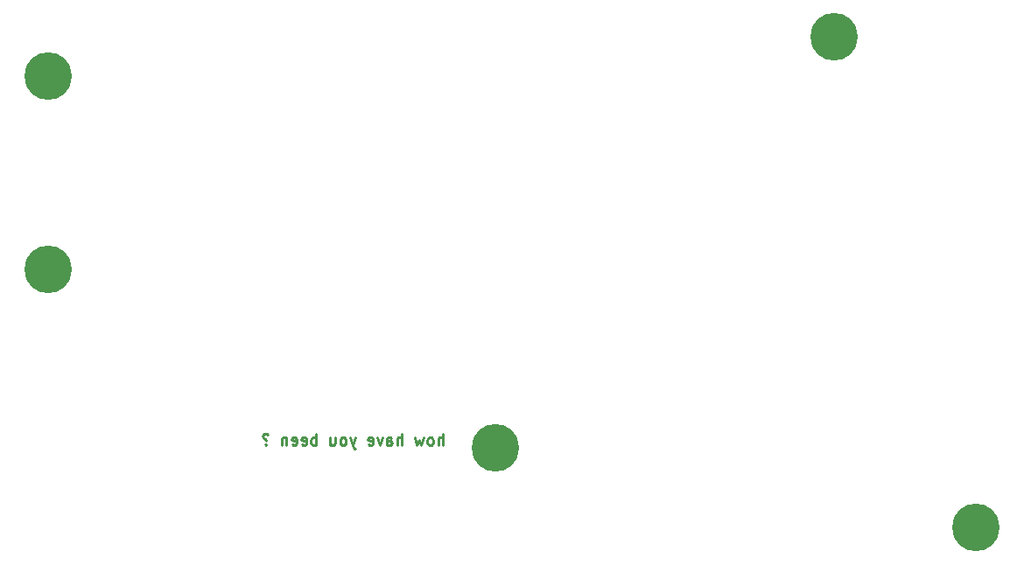
<source format=gbs>
G04 #@! TF.GenerationSoftware,KiCad,Pcbnew,(6.0.10)*
G04 #@! TF.CreationDate,2023-01-17T19:16:54+01:00*
G04 #@! TF.ProjectId,corne-top-plate,636f726e-652d-4746-9f70-2d706c617465,2.1*
G04 #@! TF.SameCoordinates,Original*
G04 #@! TF.FileFunction,Soldermask,Bot*
G04 #@! TF.FilePolarity,Negative*
%FSLAX46Y46*%
G04 Gerber Fmt 4.6, Leading zero omitted, Abs format (unit mm)*
G04 Created by KiCad (PCBNEW (6.0.10)) date 2023-01-17 19:16:54*
%MOMM*%
%LPD*%
G01*
G04 APERTURE LIST*
%ADD10C,0.275000*%
%ADD11C,4.600000*%
G04 APERTURE END LIST*
D10*
X117695238Y-122497619D02*
X117695238Y-121397619D01*
X117223809Y-122497619D02*
X117223809Y-121921428D01*
X117276190Y-121816666D01*
X117380952Y-121764285D01*
X117538095Y-121764285D01*
X117642857Y-121816666D01*
X117695238Y-121869047D01*
X116542857Y-122497619D02*
X116647619Y-122445238D01*
X116700000Y-122392857D01*
X116752380Y-122288095D01*
X116752380Y-121973809D01*
X116700000Y-121869047D01*
X116647619Y-121816666D01*
X116542857Y-121764285D01*
X116385714Y-121764285D01*
X116280952Y-121816666D01*
X116228571Y-121869047D01*
X116176190Y-121973809D01*
X116176190Y-122288095D01*
X116228571Y-122392857D01*
X116280952Y-122445238D01*
X116385714Y-122497619D01*
X116542857Y-122497619D01*
X115809523Y-121764285D02*
X115600000Y-122497619D01*
X115390476Y-121973809D01*
X115180952Y-122497619D01*
X114971428Y-121764285D01*
X113714285Y-122497619D02*
X113714285Y-121397619D01*
X113242857Y-122497619D02*
X113242857Y-121921428D01*
X113295238Y-121816666D01*
X113400000Y-121764285D01*
X113557142Y-121764285D01*
X113661904Y-121816666D01*
X113714285Y-121869047D01*
X112247619Y-122497619D02*
X112247619Y-121921428D01*
X112300000Y-121816666D01*
X112404761Y-121764285D01*
X112614285Y-121764285D01*
X112719047Y-121816666D01*
X112247619Y-122445238D02*
X112352380Y-122497619D01*
X112614285Y-122497619D01*
X112719047Y-122445238D01*
X112771428Y-122340476D01*
X112771428Y-122235714D01*
X112719047Y-122130952D01*
X112614285Y-122078571D01*
X112352380Y-122078571D01*
X112247619Y-122026190D01*
X111828571Y-121764285D02*
X111566666Y-122497619D01*
X111304761Y-121764285D01*
X110466666Y-122445238D02*
X110571428Y-122497619D01*
X110780952Y-122497619D01*
X110885714Y-122445238D01*
X110938095Y-122340476D01*
X110938095Y-121921428D01*
X110885714Y-121816666D01*
X110780952Y-121764285D01*
X110571428Y-121764285D01*
X110466666Y-121816666D01*
X110414285Y-121921428D01*
X110414285Y-122026190D01*
X110938095Y-122130952D01*
X109209523Y-121764285D02*
X108947619Y-122497619D01*
X108685714Y-121764285D02*
X108947619Y-122497619D01*
X109052380Y-122759523D01*
X109104761Y-122811904D01*
X109209523Y-122864285D01*
X108109523Y-122497619D02*
X108214285Y-122445238D01*
X108266666Y-122392857D01*
X108319047Y-122288095D01*
X108319047Y-121973809D01*
X108266666Y-121869047D01*
X108214285Y-121816666D01*
X108109523Y-121764285D01*
X107952380Y-121764285D01*
X107847619Y-121816666D01*
X107795238Y-121869047D01*
X107742857Y-121973809D01*
X107742857Y-122288095D01*
X107795238Y-122392857D01*
X107847619Y-122445238D01*
X107952380Y-122497619D01*
X108109523Y-122497619D01*
X106799999Y-121764285D02*
X106799999Y-122497619D01*
X107271428Y-121764285D02*
X107271428Y-122340476D01*
X107219047Y-122445238D01*
X107114285Y-122497619D01*
X106957142Y-122497619D01*
X106852380Y-122445238D01*
X106799999Y-122392857D01*
X105438095Y-122497619D02*
X105438095Y-121397619D01*
X105438095Y-121816666D02*
X105333333Y-121764285D01*
X105123809Y-121764285D01*
X105019047Y-121816666D01*
X104966666Y-121869047D01*
X104914285Y-121973809D01*
X104914285Y-122288095D01*
X104966666Y-122392857D01*
X105019047Y-122445238D01*
X105123809Y-122497619D01*
X105333333Y-122497619D01*
X105438095Y-122445238D01*
X104023809Y-122445238D02*
X104128571Y-122497619D01*
X104338095Y-122497619D01*
X104442857Y-122445238D01*
X104495238Y-122340476D01*
X104495238Y-121921428D01*
X104442857Y-121816666D01*
X104338095Y-121764285D01*
X104128571Y-121764285D01*
X104023809Y-121816666D01*
X103971428Y-121921428D01*
X103971428Y-122026190D01*
X104495238Y-122130952D01*
X103080952Y-122445238D02*
X103185714Y-122497619D01*
X103395238Y-122497619D01*
X103499999Y-122445238D01*
X103552380Y-122340476D01*
X103552380Y-121921428D01*
X103499999Y-121816666D01*
X103395238Y-121764285D01*
X103185714Y-121764285D01*
X103080952Y-121816666D01*
X103028571Y-121921428D01*
X103028571Y-122026190D01*
X103552380Y-122130952D01*
X102557142Y-121764285D02*
X102557142Y-122497619D01*
X102557142Y-121869047D02*
X102504761Y-121816666D01*
X102399999Y-121764285D01*
X102242857Y-121764285D01*
X102138095Y-121816666D01*
X102085714Y-121921428D01*
X102085714Y-122497619D01*
X100566666Y-122392857D02*
X100514285Y-122445238D01*
X100566666Y-122497619D01*
X100619047Y-122445238D01*
X100566666Y-122392857D01*
X100566666Y-122497619D01*
X100776190Y-121450000D02*
X100671428Y-121397619D01*
X100409523Y-121397619D01*
X100304761Y-121450000D01*
X100252380Y-121554761D01*
X100252380Y-121659523D01*
X100304761Y-121764285D01*
X100357142Y-121816666D01*
X100461904Y-121869047D01*
X100514285Y-121921428D01*
X100566666Y-122026190D01*
X100566666Y-122078571D01*
D11*
X169250000Y-130500000D03*
X79500000Y-105500000D03*
X155500000Y-83000000D03*
X79500000Y-86750000D03*
X122750000Y-122750000D03*
M02*

</source>
